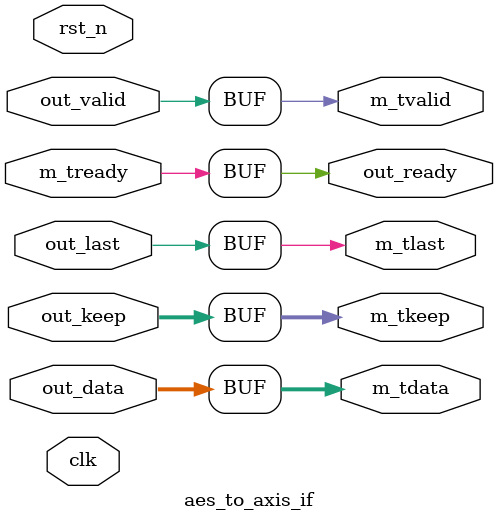
<source format=v>
module aes_to_axis_if #(
    parameter integer DATA_W = 128,
    parameter integer KEEP_W = DATA_W/8
)(
    input  wire                 clk,
    input  wire                 rst_n,
    // AES core output side
    input  wire                 out_valid,
    output wire                 out_ready,
    input  wire [DATA_W-1:0]    out_data,
    input  wire [KEEP_W-1:0]    out_keep,
    input  wire                 out_last,
    // AXIS master side
    output wire [DATA_W-1:0]    m_tdata,
    output wire [KEEP_W-1:0]    m_tkeep,
    output wire                 m_tlast,
    output wire                 m_tvalid,
    input  wire                 m_tready
);
    assign m_tdata  = out_data;
    assign m_tkeep  = out_keep;
    assign m_tlast  = out_last;
    assign m_tvalid = out_valid;
    assign out_ready = m_tready;
endmodule

</source>
